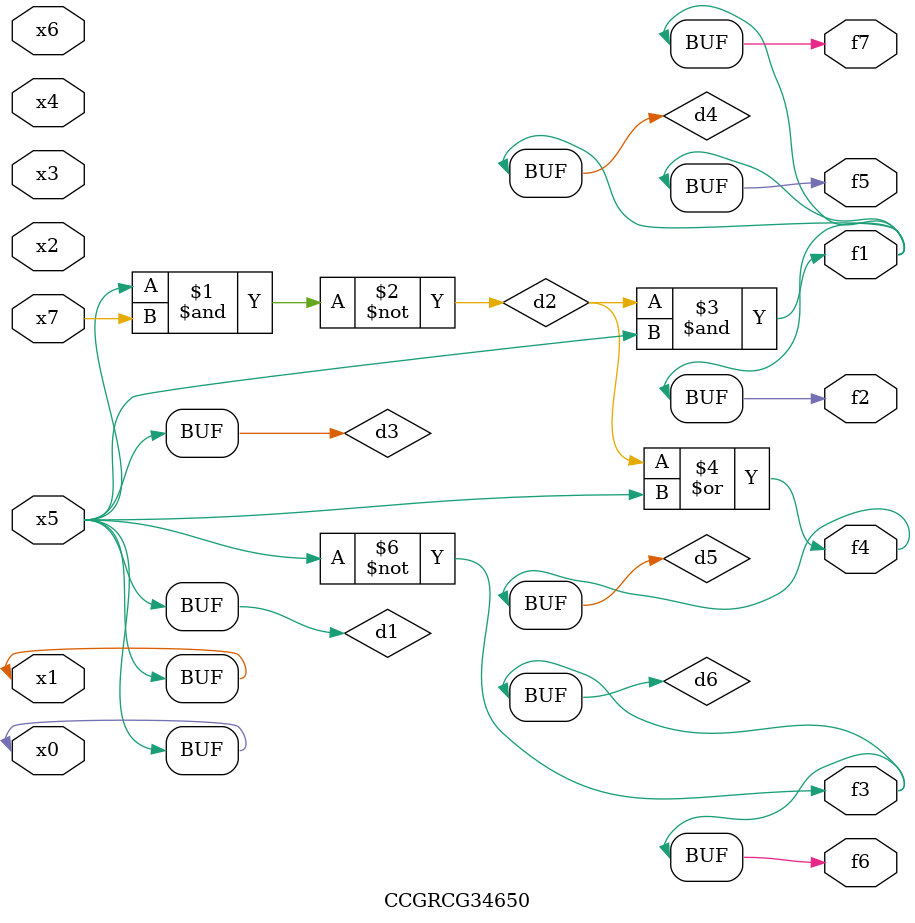
<source format=v>
module CCGRCG34650(
	input x0, x1, x2, x3, x4, x5, x6, x7,
	output f1, f2, f3, f4, f5, f6, f7
);

	wire d1, d2, d3, d4, d5, d6;

	buf (d1, x0, x5);
	nand (d2, x5, x7);
	buf (d3, x0, x1);
	and (d4, d2, d3);
	or (d5, d2, d3);
	nor (d6, d1, d3);
	assign f1 = d4;
	assign f2 = d4;
	assign f3 = d6;
	assign f4 = d5;
	assign f5 = d4;
	assign f6 = d6;
	assign f7 = d4;
endmodule

</source>
